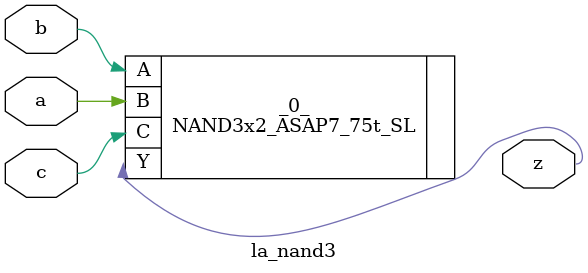
<source format=v>

/* Generated by Yosys 0.44 (git sha1 80ba43d26, g++ 11.4.0-1ubuntu1~22.04 -fPIC -O3) */

(* top =  1  *)
(* src = "inputs/la_nand3.v:10.1-21.10" *)
module la_nand3 (
    a,
    b,
    c,
    z
);
  (* src = "inputs/la_nand3.v:13.12-13.13" *)
  input a;
  wire a;
  (* src = "inputs/la_nand3.v:14.12-14.13" *)
  input b;
  wire b;
  (* src = "inputs/la_nand3.v:15.12-15.13" *)
  input c;
  wire c;
  (* src = "inputs/la_nand3.v:16.12-16.13" *)
  output z;
  wire z;
  NAND3x2_ASAP7_75t_SL _0_ (
      .A(b),
      .B(a),
      .C(c),
      .Y(z)
  );
endmodule

</source>
